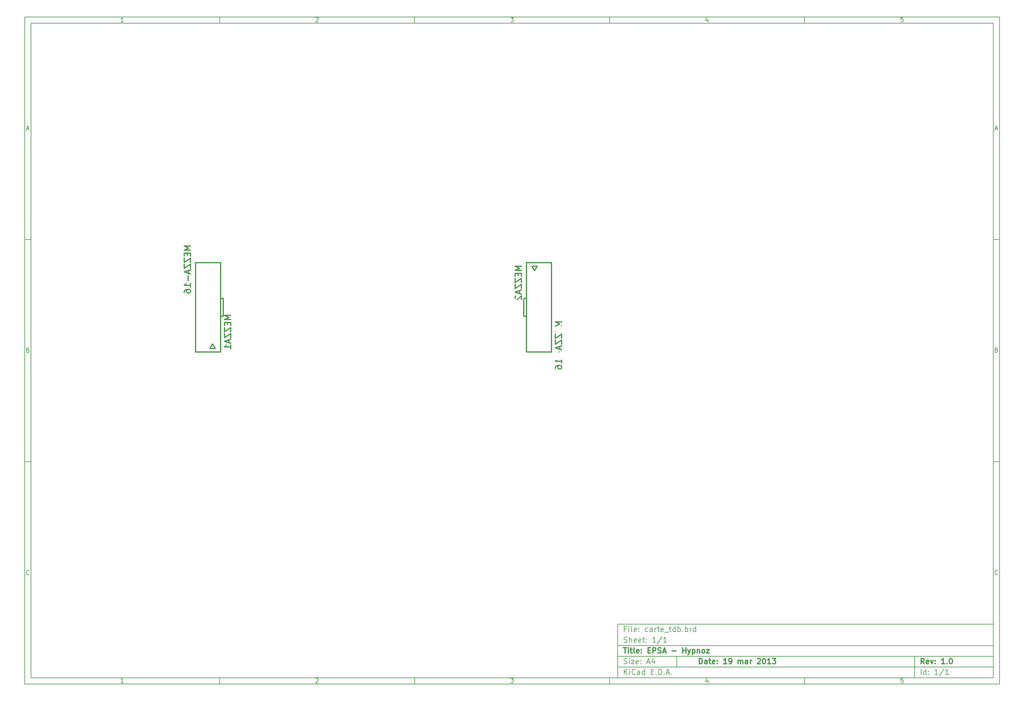
<source format=gbo>
G04 (created by PCBNEW-RS274X (2012-01-19 BZR 3256)-stable) date 19/03/2013 15:26:07*
G01*
G70*
G90*
%MOIN*%
G04 Gerber Fmt 3.4, Leading zero omitted, Abs format*
%FSLAX34Y34*%
G04 APERTURE LIST*
%ADD10C,0.006000*%
%ADD11C,0.012000*%
%ADD12C,0.014000*%
%ADD13C,0.095000*%
%ADD14R,0.095000X0.095000*%
%ADD15R,0.082000X0.110000*%
%ADD16O,0.082000X0.110000*%
%ADD17C,0.235000*%
%ADD18R,0.105000X0.105000*%
%ADD19C,0.105000*%
%ADD20R,0.085000X0.085000*%
%ADD21C,0.085000*%
%ADD22R,0.110000X0.082000*%
%ADD23O,0.110000X0.082000*%
%ADD24R,0.370000X0.370000*%
%ADD25C,0.295600*%
G04 APERTURE END LIST*
G54D10*
X04000Y-04000D02*
X113000Y-04000D01*
X113000Y-78670D01*
X04000Y-78670D01*
X04000Y-04000D01*
X04700Y-04700D02*
X112300Y-04700D01*
X112300Y-77970D01*
X04700Y-77970D01*
X04700Y-04700D01*
X25800Y-04000D02*
X25800Y-04700D01*
X15043Y-04552D02*
X14757Y-04552D01*
X14900Y-04552D02*
X14900Y-04052D01*
X14852Y-04124D01*
X14805Y-04171D01*
X14757Y-04195D01*
X25800Y-78670D02*
X25800Y-77970D01*
X15043Y-78522D02*
X14757Y-78522D01*
X14900Y-78522D02*
X14900Y-78022D01*
X14852Y-78094D01*
X14805Y-78141D01*
X14757Y-78165D01*
X47600Y-04000D02*
X47600Y-04700D01*
X36557Y-04100D02*
X36581Y-04076D01*
X36629Y-04052D01*
X36748Y-04052D01*
X36795Y-04076D01*
X36819Y-04100D01*
X36843Y-04148D01*
X36843Y-04195D01*
X36819Y-04267D01*
X36533Y-04552D01*
X36843Y-04552D01*
X47600Y-78670D02*
X47600Y-77970D01*
X36557Y-78070D02*
X36581Y-78046D01*
X36629Y-78022D01*
X36748Y-78022D01*
X36795Y-78046D01*
X36819Y-78070D01*
X36843Y-78118D01*
X36843Y-78165D01*
X36819Y-78237D01*
X36533Y-78522D01*
X36843Y-78522D01*
X69400Y-04000D02*
X69400Y-04700D01*
X58333Y-04052D02*
X58643Y-04052D01*
X58476Y-04243D01*
X58548Y-04243D01*
X58595Y-04267D01*
X58619Y-04290D01*
X58643Y-04338D01*
X58643Y-04457D01*
X58619Y-04505D01*
X58595Y-04529D01*
X58548Y-04552D01*
X58405Y-04552D01*
X58357Y-04529D01*
X58333Y-04505D01*
X69400Y-78670D02*
X69400Y-77970D01*
X58333Y-78022D02*
X58643Y-78022D01*
X58476Y-78213D01*
X58548Y-78213D01*
X58595Y-78237D01*
X58619Y-78260D01*
X58643Y-78308D01*
X58643Y-78427D01*
X58619Y-78475D01*
X58595Y-78499D01*
X58548Y-78522D01*
X58405Y-78522D01*
X58357Y-78499D01*
X58333Y-78475D01*
X91200Y-04000D02*
X91200Y-04700D01*
X80395Y-04219D02*
X80395Y-04552D01*
X80276Y-04029D02*
X80157Y-04386D01*
X80467Y-04386D01*
X91200Y-78670D02*
X91200Y-77970D01*
X80395Y-78189D02*
X80395Y-78522D01*
X80276Y-77999D02*
X80157Y-78356D01*
X80467Y-78356D01*
X102219Y-04052D02*
X101981Y-04052D01*
X101957Y-04290D01*
X101981Y-04267D01*
X102029Y-04243D01*
X102148Y-04243D01*
X102195Y-04267D01*
X102219Y-04290D01*
X102243Y-04338D01*
X102243Y-04457D01*
X102219Y-04505D01*
X102195Y-04529D01*
X102148Y-04552D01*
X102029Y-04552D01*
X101981Y-04529D01*
X101957Y-04505D01*
X102219Y-78022D02*
X101981Y-78022D01*
X101957Y-78260D01*
X101981Y-78237D01*
X102029Y-78213D01*
X102148Y-78213D01*
X102195Y-78237D01*
X102219Y-78260D01*
X102243Y-78308D01*
X102243Y-78427D01*
X102219Y-78475D01*
X102195Y-78499D01*
X102148Y-78522D01*
X102029Y-78522D01*
X101981Y-78499D01*
X101957Y-78475D01*
X04000Y-28890D02*
X04700Y-28890D01*
X04231Y-16510D02*
X04469Y-16510D01*
X04184Y-16652D02*
X04350Y-16152D01*
X04517Y-16652D01*
X113000Y-28890D02*
X112300Y-28890D01*
X112531Y-16510D02*
X112769Y-16510D01*
X112484Y-16652D02*
X112650Y-16152D01*
X112817Y-16652D01*
X04000Y-53780D02*
X04700Y-53780D01*
X04386Y-41280D02*
X04457Y-41304D01*
X04481Y-41328D01*
X04505Y-41376D01*
X04505Y-41447D01*
X04481Y-41495D01*
X04457Y-41519D01*
X04410Y-41542D01*
X04219Y-41542D01*
X04219Y-41042D01*
X04386Y-41042D01*
X04433Y-41066D01*
X04457Y-41090D01*
X04481Y-41138D01*
X04481Y-41185D01*
X04457Y-41233D01*
X04433Y-41257D01*
X04386Y-41280D01*
X04219Y-41280D01*
X113000Y-53780D02*
X112300Y-53780D01*
X112686Y-41280D02*
X112757Y-41304D01*
X112781Y-41328D01*
X112805Y-41376D01*
X112805Y-41447D01*
X112781Y-41495D01*
X112757Y-41519D01*
X112710Y-41542D01*
X112519Y-41542D01*
X112519Y-41042D01*
X112686Y-41042D01*
X112733Y-41066D01*
X112757Y-41090D01*
X112781Y-41138D01*
X112781Y-41185D01*
X112757Y-41233D01*
X112733Y-41257D01*
X112686Y-41280D01*
X112519Y-41280D01*
X04505Y-66385D02*
X04481Y-66409D01*
X04410Y-66432D01*
X04362Y-66432D01*
X04290Y-66409D01*
X04243Y-66361D01*
X04219Y-66313D01*
X04195Y-66218D01*
X04195Y-66147D01*
X04219Y-66051D01*
X04243Y-66004D01*
X04290Y-65956D01*
X04362Y-65932D01*
X04410Y-65932D01*
X04481Y-65956D01*
X04505Y-65980D01*
X112805Y-66385D02*
X112781Y-66409D01*
X112710Y-66432D01*
X112662Y-66432D01*
X112590Y-66409D01*
X112543Y-66361D01*
X112519Y-66313D01*
X112495Y-66218D01*
X112495Y-66147D01*
X112519Y-66051D01*
X112543Y-66004D01*
X112590Y-65956D01*
X112662Y-65932D01*
X112710Y-65932D01*
X112781Y-65956D01*
X112805Y-65980D01*
G54D11*
X79443Y-76413D02*
X79443Y-75813D01*
X79586Y-75813D01*
X79671Y-75841D01*
X79729Y-75899D01*
X79757Y-75956D01*
X79786Y-76070D01*
X79786Y-76156D01*
X79757Y-76270D01*
X79729Y-76327D01*
X79671Y-76384D01*
X79586Y-76413D01*
X79443Y-76413D01*
X80300Y-76413D02*
X80300Y-76099D01*
X80271Y-76041D01*
X80214Y-76013D01*
X80100Y-76013D01*
X80043Y-76041D01*
X80300Y-76384D02*
X80243Y-76413D01*
X80100Y-76413D01*
X80043Y-76384D01*
X80014Y-76327D01*
X80014Y-76270D01*
X80043Y-76213D01*
X80100Y-76184D01*
X80243Y-76184D01*
X80300Y-76156D01*
X80500Y-76013D02*
X80729Y-76013D01*
X80586Y-75813D02*
X80586Y-76327D01*
X80614Y-76384D01*
X80672Y-76413D01*
X80729Y-76413D01*
X81157Y-76384D02*
X81100Y-76413D01*
X80986Y-76413D01*
X80929Y-76384D01*
X80900Y-76327D01*
X80900Y-76099D01*
X80929Y-76041D01*
X80986Y-76013D01*
X81100Y-76013D01*
X81157Y-76041D01*
X81186Y-76099D01*
X81186Y-76156D01*
X80900Y-76213D01*
X81443Y-76356D02*
X81471Y-76384D01*
X81443Y-76413D01*
X81414Y-76384D01*
X81443Y-76356D01*
X81443Y-76413D01*
X81443Y-76041D02*
X81471Y-76070D01*
X81443Y-76099D01*
X81414Y-76070D01*
X81443Y-76041D01*
X81443Y-76099D01*
X82500Y-76413D02*
X82157Y-76413D01*
X82329Y-76413D02*
X82329Y-75813D01*
X82272Y-75899D01*
X82214Y-75956D01*
X82157Y-75984D01*
X82785Y-76413D02*
X82900Y-76413D01*
X82957Y-76384D01*
X82985Y-76356D01*
X83043Y-76270D01*
X83071Y-76156D01*
X83071Y-75927D01*
X83043Y-75870D01*
X83014Y-75841D01*
X82957Y-75813D01*
X82843Y-75813D01*
X82785Y-75841D01*
X82757Y-75870D01*
X82728Y-75927D01*
X82728Y-76070D01*
X82757Y-76127D01*
X82785Y-76156D01*
X82843Y-76184D01*
X82957Y-76184D01*
X83014Y-76156D01*
X83043Y-76127D01*
X83071Y-76070D01*
X83785Y-76413D02*
X83785Y-76013D01*
X83785Y-76070D02*
X83813Y-76041D01*
X83871Y-76013D01*
X83956Y-76013D01*
X84013Y-76041D01*
X84042Y-76099D01*
X84042Y-76413D01*
X84042Y-76099D02*
X84071Y-76041D01*
X84128Y-76013D01*
X84213Y-76013D01*
X84271Y-76041D01*
X84299Y-76099D01*
X84299Y-76413D01*
X84842Y-76413D02*
X84842Y-76099D01*
X84813Y-76041D01*
X84756Y-76013D01*
X84642Y-76013D01*
X84585Y-76041D01*
X84842Y-76384D02*
X84785Y-76413D01*
X84642Y-76413D01*
X84585Y-76384D01*
X84556Y-76327D01*
X84556Y-76270D01*
X84585Y-76213D01*
X84642Y-76184D01*
X84785Y-76184D01*
X84842Y-76156D01*
X85128Y-76413D02*
X85128Y-76013D01*
X85128Y-76127D02*
X85156Y-76070D01*
X85185Y-76041D01*
X85242Y-76013D01*
X85299Y-76013D01*
X85927Y-75870D02*
X85956Y-75841D01*
X86013Y-75813D01*
X86156Y-75813D01*
X86213Y-75841D01*
X86242Y-75870D01*
X86270Y-75927D01*
X86270Y-75984D01*
X86242Y-76070D01*
X85899Y-76413D01*
X86270Y-76413D01*
X86641Y-75813D02*
X86698Y-75813D01*
X86755Y-75841D01*
X86784Y-75870D01*
X86813Y-75927D01*
X86841Y-76041D01*
X86841Y-76184D01*
X86813Y-76299D01*
X86784Y-76356D01*
X86755Y-76384D01*
X86698Y-76413D01*
X86641Y-76413D01*
X86584Y-76384D01*
X86555Y-76356D01*
X86527Y-76299D01*
X86498Y-76184D01*
X86498Y-76041D01*
X86527Y-75927D01*
X86555Y-75870D01*
X86584Y-75841D01*
X86641Y-75813D01*
X87412Y-76413D02*
X87069Y-76413D01*
X87241Y-76413D02*
X87241Y-75813D01*
X87184Y-75899D01*
X87126Y-75956D01*
X87069Y-75984D01*
X87612Y-75813D02*
X87983Y-75813D01*
X87783Y-76041D01*
X87869Y-76041D01*
X87926Y-76070D01*
X87955Y-76099D01*
X87983Y-76156D01*
X87983Y-76299D01*
X87955Y-76356D01*
X87926Y-76384D01*
X87869Y-76413D01*
X87697Y-76413D01*
X87640Y-76384D01*
X87612Y-76356D01*
G54D10*
X71043Y-77613D02*
X71043Y-77013D01*
X71386Y-77613D02*
X71129Y-77270D01*
X71386Y-77013D02*
X71043Y-77356D01*
X71643Y-77613D02*
X71643Y-77213D01*
X71643Y-77013D02*
X71614Y-77041D01*
X71643Y-77070D01*
X71671Y-77041D01*
X71643Y-77013D01*
X71643Y-77070D01*
X72272Y-77556D02*
X72243Y-77584D01*
X72157Y-77613D01*
X72100Y-77613D01*
X72015Y-77584D01*
X71957Y-77527D01*
X71929Y-77470D01*
X71900Y-77356D01*
X71900Y-77270D01*
X71929Y-77156D01*
X71957Y-77099D01*
X72015Y-77041D01*
X72100Y-77013D01*
X72157Y-77013D01*
X72243Y-77041D01*
X72272Y-77070D01*
X72786Y-77613D02*
X72786Y-77299D01*
X72757Y-77241D01*
X72700Y-77213D01*
X72586Y-77213D01*
X72529Y-77241D01*
X72786Y-77584D02*
X72729Y-77613D01*
X72586Y-77613D01*
X72529Y-77584D01*
X72500Y-77527D01*
X72500Y-77470D01*
X72529Y-77413D01*
X72586Y-77384D01*
X72729Y-77384D01*
X72786Y-77356D01*
X73329Y-77613D02*
X73329Y-77013D01*
X73329Y-77584D02*
X73272Y-77613D01*
X73158Y-77613D01*
X73100Y-77584D01*
X73072Y-77556D01*
X73043Y-77499D01*
X73043Y-77327D01*
X73072Y-77270D01*
X73100Y-77241D01*
X73158Y-77213D01*
X73272Y-77213D01*
X73329Y-77241D01*
X74072Y-77299D02*
X74272Y-77299D01*
X74358Y-77613D02*
X74072Y-77613D01*
X74072Y-77013D01*
X74358Y-77013D01*
X74615Y-77556D02*
X74643Y-77584D01*
X74615Y-77613D01*
X74586Y-77584D01*
X74615Y-77556D01*
X74615Y-77613D01*
X74901Y-77613D02*
X74901Y-77013D01*
X75044Y-77013D01*
X75129Y-77041D01*
X75187Y-77099D01*
X75215Y-77156D01*
X75244Y-77270D01*
X75244Y-77356D01*
X75215Y-77470D01*
X75187Y-77527D01*
X75129Y-77584D01*
X75044Y-77613D01*
X74901Y-77613D01*
X75501Y-77556D02*
X75529Y-77584D01*
X75501Y-77613D01*
X75472Y-77584D01*
X75501Y-77556D01*
X75501Y-77613D01*
X75758Y-77441D02*
X76044Y-77441D01*
X75701Y-77613D02*
X75901Y-77013D01*
X76101Y-77613D01*
X76301Y-77556D02*
X76329Y-77584D01*
X76301Y-77613D01*
X76272Y-77584D01*
X76301Y-77556D01*
X76301Y-77613D01*
G54D11*
X104586Y-76413D02*
X104386Y-76127D01*
X104243Y-76413D02*
X104243Y-75813D01*
X104471Y-75813D01*
X104529Y-75841D01*
X104557Y-75870D01*
X104586Y-75927D01*
X104586Y-76013D01*
X104557Y-76070D01*
X104529Y-76099D01*
X104471Y-76127D01*
X104243Y-76127D01*
X105071Y-76384D02*
X105014Y-76413D01*
X104900Y-76413D01*
X104843Y-76384D01*
X104814Y-76327D01*
X104814Y-76099D01*
X104843Y-76041D01*
X104900Y-76013D01*
X105014Y-76013D01*
X105071Y-76041D01*
X105100Y-76099D01*
X105100Y-76156D01*
X104814Y-76213D01*
X105300Y-76013D02*
X105443Y-76413D01*
X105585Y-76013D01*
X105814Y-76356D02*
X105842Y-76384D01*
X105814Y-76413D01*
X105785Y-76384D01*
X105814Y-76356D01*
X105814Y-76413D01*
X105814Y-76041D02*
X105842Y-76070D01*
X105814Y-76099D01*
X105785Y-76070D01*
X105814Y-76041D01*
X105814Y-76099D01*
X106871Y-76413D02*
X106528Y-76413D01*
X106700Y-76413D02*
X106700Y-75813D01*
X106643Y-75899D01*
X106585Y-75956D01*
X106528Y-75984D01*
X107128Y-76356D02*
X107156Y-76384D01*
X107128Y-76413D01*
X107099Y-76384D01*
X107128Y-76356D01*
X107128Y-76413D01*
X107528Y-75813D02*
X107585Y-75813D01*
X107642Y-75841D01*
X107671Y-75870D01*
X107700Y-75927D01*
X107728Y-76041D01*
X107728Y-76184D01*
X107700Y-76299D01*
X107671Y-76356D01*
X107642Y-76384D01*
X107585Y-76413D01*
X107528Y-76413D01*
X107471Y-76384D01*
X107442Y-76356D01*
X107414Y-76299D01*
X107385Y-76184D01*
X107385Y-76041D01*
X107414Y-75927D01*
X107442Y-75870D01*
X107471Y-75841D01*
X107528Y-75813D01*
G54D10*
X71014Y-76384D02*
X71100Y-76413D01*
X71243Y-76413D01*
X71300Y-76384D01*
X71329Y-76356D01*
X71357Y-76299D01*
X71357Y-76241D01*
X71329Y-76184D01*
X71300Y-76156D01*
X71243Y-76127D01*
X71129Y-76099D01*
X71071Y-76070D01*
X71043Y-76041D01*
X71014Y-75984D01*
X71014Y-75927D01*
X71043Y-75870D01*
X71071Y-75841D01*
X71129Y-75813D01*
X71271Y-75813D01*
X71357Y-75841D01*
X71614Y-76413D02*
X71614Y-76013D01*
X71614Y-75813D02*
X71585Y-75841D01*
X71614Y-75870D01*
X71642Y-75841D01*
X71614Y-75813D01*
X71614Y-75870D01*
X71843Y-76013D02*
X72157Y-76013D01*
X71843Y-76413D01*
X72157Y-76413D01*
X72614Y-76384D02*
X72557Y-76413D01*
X72443Y-76413D01*
X72386Y-76384D01*
X72357Y-76327D01*
X72357Y-76099D01*
X72386Y-76041D01*
X72443Y-76013D01*
X72557Y-76013D01*
X72614Y-76041D01*
X72643Y-76099D01*
X72643Y-76156D01*
X72357Y-76213D01*
X72900Y-76356D02*
X72928Y-76384D01*
X72900Y-76413D01*
X72871Y-76384D01*
X72900Y-76356D01*
X72900Y-76413D01*
X72900Y-76041D02*
X72928Y-76070D01*
X72900Y-76099D01*
X72871Y-76070D01*
X72900Y-76041D01*
X72900Y-76099D01*
X73614Y-76241D02*
X73900Y-76241D01*
X73557Y-76413D02*
X73757Y-75813D01*
X73957Y-76413D01*
X74414Y-76013D02*
X74414Y-76413D01*
X74271Y-75784D02*
X74128Y-76213D01*
X74500Y-76213D01*
X104243Y-77613D02*
X104243Y-77013D01*
X104786Y-77613D02*
X104786Y-77013D01*
X104786Y-77584D02*
X104729Y-77613D01*
X104615Y-77613D01*
X104557Y-77584D01*
X104529Y-77556D01*
X104500Y-77499D01*
X104500Y-77327D01*
X104529Y-77270D01*
X104557Y-77241D01*
X104615Y-77213D01*
X104729Y-77213D01*
X104786Y-77241D01*
X105072Y-77556D02*
X105100Y-77584D01*
X105072Y-77613D01*
X105043Y-77584D01*
X105072Y-77556D01*
X105072Y-77613D01*
X105072Y-77241D02*
X105100Y-77270D01*
X105072Y-77299D01*
X105043Y-77270D01*
X105072Y-77241D01*
X105072Y-77299D01*
X106129Y-77613D02*
X105786Y-77613D01*
X105958Y-77613D02*
X105958Y-77013D01*
X105901Y-77099D01*
X105843Y-77156D01*
X105786Y-77184D01*
X106814Y-76984D02*
X106300Y-77756D01*
X107329Y-77613D02*
X106986Y-77613D01*
X107158Y-77613D02*
X107158Y-77013D01*
X107101Y-77099D01*
X107043Y-77156D01*
X106986Y-77184D01*
G54D11*
X70957Y-74613D02*
X71300Y-74613D01*
X71129Y-75213D02*
X71129Y-74613D01*
X71500Y-75213D02*
X71500Y-74813D01*
X71500Y-74613D02*
X71471Y-74641D01*
X71500Y-74670D01*
X71528Y-74641D01*
X71500Y-74613D01*
X71500Y-74670D01*
X71700Y-74813D02*
X71929Y-74813D01*
X71786Y-74613D02*
X71786Y-75127D01*
X71814Y-75184D01*
X71872Y-75213D01*
X71929Y-75213D01*
X72215Y-75213D02*
X72157Y-75184D01*
X72129Y-75127D01*
X72129Y-74613D01*
X72671Y-75184D02*
X72614Y-75213D01*
X72500Y-75213D01*
X72443Y-75184D01*
X72414Y-75127D01*
X72414Y-74899D01*
X72443Y-74841D01*
X72500Y-74813D01*
X72614Y-74813D01*
X72671Y-74841D01*
X72700Y-74899D01*
X72700Y-74956D01*
X72414Y-75013D01*
X72957Y-75156D02*
X72985Y-75184D01*
X72957Y-75213D01*
X72928Y-75184D01*
X72957Y-75156D01*
X72957Y-75213D01*
X72957Y-74841D02*
X72985Y-74870D01*
X72957Y-74899D01*
X72928Y-74870D01*
X72957Y-74841D01*
X72957Y-74899D01*
X73700Y-74899D02*
X73900Y-74899D01*
X73986Y-75213D02*
X73700Y-75213D01*
X73700Y-74613D01*
X73986Y-74613D01*
X74243Y-75213D02*
X74243Y-74613D01*
X74471Y-74613D01*
X74529Y-74641D01*
X74557Y-74670D01*
X74586Y-74727D01*
X74586Y-74813D01*
X74557Y-74870D01*
X74529Y-74899D01*
X74471Y-74927D01*
X74243Y-74927D01*
X74814Y-75184D02*
X74900Y-75213D01*
X75043Y-75213D01*
X75100Y-75184D01*
X75129Y-75156D01*
X75157Y-75099D01*
X75157Y-75041D01*
X75129Y-74984D01*
X75100Y-74956D01*
X75043Y-74927D01*
X74929Y-74899D01*
X74871Y-74870D01*
X74843Y-74841D01*
X74814Y-74784D01*
X74814Y-74727D01*
X74843Y-74670D01*
X74871Y-74641D01*
X74929Y-74613D01*
X75071Y-74613D01*
X75157Y-74641D01*
X75385Y-75041D02*
X75671Y-75041D01*
X75328Y-75213D02*
X75528Y-74613D01*
X75728Y-75213D01*
X76385Y-74984D02*
X76842Y-74984D01*
X77585Y-75213D02*
X77585Y-74613D01*
X77585Y-74899D02*
X77928Y-74899D01*
X77928Y-75213D02*
X77928Y-74613D01*
X78157Y-74813D02*
X78300Y-75213D01*
X78442Y-74813D02*
X78300Y-75213D01*
X78242Y-75356D01*
X78214Y-75384D01*
X78157Y-75413D01*
X78671Y-74813D02*
X78671Y-75413D01*
X78671Y-74841D02*
X78728Y-74813D01*
X78842Y-74813D01*
X78899Y-74841D01*
X78928Y-74870D01*
X78957Y-74927D01*
X78957Y-75099D01*
X78928Y-75156D01*
X78899Y-75184D01*
X78842Y-75213D01*
X78728Y-75213D01*
X78671Y-75184D01*
X79214Y-74813D02*
X79214Y-75213D01*
X79214Y-74870D02*
X79242Y-74841D01*
X79300Y-74813D01*
X79385Y-74813D01*
X79442Y-74841D01*
X79471Y-74899D01*
X79471Y-75213D01*
X79843Y-75213D02*
X79785Y-75184D01*
X79757Y-75156D01*
X79728Y-75099D01*
X79728Y-74927D01*
X79757Y-74870D01*
X79785Y-74841D01*
X79843Y-74813D01*
X79928Y-74813D01*
X79985Y-74841D01*
X80014Y-74870D01*
X80043Y-74927D01*
X80043Y-75099D01*
X80014Y-75156D01*
X79985Y-75184D01*
X79928Y-75213D01*
X79843Y-75213D01*
X80243Y-74813D02*
X80557Y-74813D01*
X80243Y-75213D01*
X80557Y-75213D01*
G54D10*
X71243Y-72499D02*
X71043Y-72499D01*
X71043Y-72813D02*
X71043Y-72213D01*
X71329Y-72213D01*
X71557Y-72813D02*
X71557Y-72413D01*
X71557Y-72213D02*
X71528Y-72241D01*
X71557Y-72270D01*
X71585Y-72241D01*
X71557Y-72213D01*
X71557Y-72270D01*
X71929Y-72813D02*
X71871Y-72784D01*
X71843Y-72727D01*
X71843Y-72213D01*
X72385Y-72784D02*
X72328Y-72813D01*
X72214Y-72813D01*
X72157Y-72784D01*
X72128Y-72727D01*
X72128Y-72499D01*
X72157Y-72441D01*
X72214Y-72413D01*
X72328Y-72413D01*
X72385Y-72441D01*
X72414Y-72499D01*
X72414Y-72556D01*
X72128Y-72613D01*
X72671Y-72756D02*
X72699Y-72784D01*
X72671Y-72813D01*
X72642Y-72784D01*
X72671Y-72756D01*
X72671Y-72813D01*
X72671Y-72441D02*
X72699Y-72470D01*
X72671Y-72499D01*
X72642Y-72470D01*
X72671Y-72441D01*
X72671Y-72499D01*
X73671Y-72784D02*
X73614Y-72813D01*
X73500Y-72813D01*
X73442Y-72784D01*
X73414Y-72756D01*
X73385Y-72699D01*
X73385Y-72527D01*
X73414Y-72470D01*
X73442Y-72441D01*
X73500Y-72413D01*
X73614Y-72413D01*
X73671Y-72441D01*
X74185Y-72813D02*
X74185Y-72499D01*
X74156Y-72441D01*
X74099Y-72413D01*
X73985Y-72413D01*
X73928Y-72441D01*
X74185Y-72784D02*
X74128Y-72813D01*
X73985Y-72813D01*
X73928Y-72784D01*
X73899Y-72727D01*
X73899Y-72670D01*
X73928Y-72613D01*
X73985Y-72584D01*
X74128Y-72584D01*
X74185Y-72556D01*
X74471Y-72813D02*
X74471Y-72413D01*
X74471Y-72527D02*
X74499Y-72470D01*
X74528Y-72441D01*
X74585Y-72413D01*
X74642Y-72413D01*
X74756Y-72413D02*
X74985Y-72413D01*
X74842Y-72213D02*
X74842Y-72727D01*
X74870Y-72784D01*
X74928Y-72813D01*
X74985Y-72813D01*
X75413Y-72784D02*
X75356Y-72813D01*
X75242Y-72813D01*
X75185Y-72784D01*
X75156Y-72727D01*
X75156Y-72499D01*
X75185Y-72441D01*
X75242Y-72413D01*
X75356Y-72413D01*
X75413Y-72441D01*
X75442Y-72499D01*
X75442Y-72556D01*
X75156Y-72613D01*
X75556Y-72870D02*
X76013Y-72870D01*
X76070Y-72413D02*
X76299Y-72413D01*
X76156Y-72213D02*
X76156Y-72727D01*
X76184Y-72784D01*
X76242Y-72813D01*
X76299Y-72813D01*
X76756Y-72813D02*
X76756Y-72213D01*
X76756Y-72784D02*
X76699Y-72813D01*
X76585Y-72813D01*
X76527Y-72784D01*
X76499Y-72756D01*
X76470Y-72699D01*
X76470Y-72527D01*
X76499Y-72470D01*
X76527Y-72441D01*
X76585Y-72413D01*
X76699Y-72413D01*
X76756Y-72441D01*
X77042Y-72813D02*
X77042Y-72213D01*
X77042Y-72441D02*
X77099Y-72413D01*
X77213Y-72413D01*
X77270Y-72441D01*
X77299Y-72470D01*
X77328Y-72527D01*
X77328Y-72699D01*
X77299Y-72756D01*
X77270Y-72784D01*
X77213Y-72813D01*
X77099Y-72813D01*
X77042Y-72784D01*
X77585Y-72756D02*
X77613Y-72784D01*
X77585Y-72813D01*
X77556Y-72784D01*
X77585Y-72756D01*
X77585Y-72813D01*
X77871Y-72813D02*
X77871Y-72213D01*
X77871Y-72441D02*
X77928Y-72413D01*
X78042Y-72413D01*
X78099Y-72441D01*
X78128Y-72470D01*
X78157Y-72527D01*
X78157Y-72699D01*
X78128Y-72756D01*
X78099Y-72784D01*
X78042Y-72813D01*
X77928Y-72813D01*
X77871Y-72784D01*
X78414Y-72813D02*
X78414Y-72413D01*
X78414Y-72527D02*
X78442Y-72470D01*
X78471Y-72441D01*
X78528Y-72413D01*
X78585Y-72413D01*
X79042Y-72813D02*
X79042Y-72213D01*
X79042Y-72784D02*
X78985Y-72813D01*
X78871Y-72813D01*
X78813Y-72784D01*
X78785Y-72756D01*
X78756Y-72699D01*
X78756Y-72527D01*
X78785Y-72470D01*
X78813Y-72441D01*
X78871Y-72413D01*
X78985Y-72413D01*
X79042Y-72441D01*
X71014Y-73984D02*
X71100Y-74013D01*
X71243Y-74013D01*
X71300Y-73984D01*
X71329Y-73956D01*
X71357Y-73899D01*
X71357Y-73841D01*
X71329Y-73784D01*
X71300Y-73756D01*
X71243Y-73727D01*
X71129Y-73699D01*
X71071Y-73670D01*
X71043Y-73641D01*
X71014Y-73584D01*
X71014Y-73527D01*
X71043Y-73470D01*
X71071Y-73441D01*
X71129Y-73413D01*
X71271Y-73413D01*
X71357Y-73441D01*
X71614Y-74013D02*
X71614Y-73413D01*
X71871Y-74013D02*
X71871Y-73699D01*
X71842Y-73641D01*
X71785Y-73613D01*
X71700Y-73613D01*
X71642Y-73641D01*
X71614Y-73670D01*
X72385Y-73984D02*
X72328Y-74013D01*
X72214Y-74013D01*
X72157Y-73984D01*
X72128Y-73927D01*
X72128Y-73699D01*
X72157Y-73641D01*
X72214Y-73613D01*
X72328Y-73613D01*
X72385Y-73641D01*
X72414Y-73699D01*
X72414Y-73756D01*
X72128Y-73813D01*
X72899Y-73984D02*
X72842Y-74013D01*
X72728Y-74013D01*
X72671Y-73984D01*
X72642Y-73927D01*
X72642Y-73699D01*
X72671Y-73641D01*
X72728Y-73613D01*
X72842Y-73613D01*
X72899Y-73641D01*
X72928Y-73699D01*
X72928Y-73756D01*
X72642Y-73813D01*
X73099Y-73613D02*
X73328Y-73613D01*
X73185Y-73413D02*
X73185Y-73927D01*
X73213Y-73984D01*
X73271Y-74013D01*
X73328Y-74013D01*
X73528Y-73956D02*
X73556Y-73984D01*
X73528Y-74013D01*
X73499Y-73984D01*
X73528Y-73956D01*
X73528Y-74013D01*
X73528Y-73641D02*
X73556Y-73670D01*
X73528Y-73699D01*
X73499Y-73670D01*
X73528Y-73641D01*
X73528Y-73699D01*
X74585Y-74013D02*
X74242Y-74013D01*
X74414Y-74013D02*
X74414Y-73413D01*
X74357Y-73499D01*
X74299Y-73556D01*
X74242Y-73584D01*
X75270Y-73384D02*
X74756Y-74156D01*
X75785Y-74013D02*
X75442Y-74013D01*
X75614Y-74013D02*
X75614Y-73413D01*
X75557Y-73499D01*
X75499Y-73556D01*
X75442Y-73584D01*
X70300Y-71970D02*
X70300Y-77970D01*
X70300Y-71970D02*
X112300Y-71970D01*
X70300Y-71970D02*
X112300Y-71970D01*
X70300Y-74370D02*
X112300Y-74370D01*
X103500Y-75570D02*
X103500Y-77970D01*
X70300Y-76770D02*
X112300Y-76770D01*
X70300Y-75570D02*
X112300Y-75570D01*
X76900Y-75570D02*
X76900Y-76770D01*
G54D12*
X25900Y-37500D02*
X26200Y-37500D01*
X26200Y-37500D02*
X26200Y-35500D01*
X26200Y-35500D02*
X25900Y-35500D01*
X25900Y-37500D02*
X25900Y-35500D01*
X25900Y-37500D02*
X25900Y-41500D01*
X25900Y-41500D02*
X23100Y-41500D01*
X23100Y-41500D02*
X23100Y-31500D01*
X23100Y-31500D02*
X25900Y-31500D01*
X25900Y-31500D02*
X25900Y-35500D01*
X25000Y-40600D02*
X24700Y-41100D01*
X24700Y-41100D02*
X25300Y-41100D01*
X25300Y-41100D02*
X25000Y-40600D01*
X60100Y-35500D02*
X59800Y-35500D01*
X59800Y-35500D02*
X59800Y-37500D01*
X59800Y-37500D02*
X60100Y-37500D01*
X60100Y-35500D02*
X60100Y-37500D01*
X60100Y-35500D02*
X60100Y-31500D01*
X60100Y-31500D02*
X62900Y-31500D01*
X62900Y-31500D02*
X62900Y-41500D01*
X62900Y-41500D02*
X60100Y-41500D01*
X60100Y-41500D02*
X60100Y-37500D01*
X61000Y-32400D02*
X61300Y-31900D01*
X61300Y-31900D02*
X60700Y-31900D01*
X60700Y-31900D02*
X61000Y-32400D01*
G54D11*
X27033Y-37400D02*
X26333Y-37400D01*
X26833Y-37633D01*
X26333Y-37866D01*
X27033Y-37866D01*
X26667Y-38200D02*
X26667Y-38433D01*
X27033Y-38533D02*
X27033Y-38200D01*
X26333Y-38200D01*
X26333Y-38533D01*
X26333Y-38766D02*
X26333Y-39233D01*
X27033Y-38766D01*
X27033Y-39233D01*
X26333Y-39433D02*
X26333Y-39900D01*
X27033Y-39433D01*
X27033Y-39900D01*
X26833Y-40133D02*
X26833Y-40467D01*
X27033Y-40067D02*
X26333Y-40300D01*
X27033Y-40533D01*
X27033Y-41133D02*
X27033Y-40733D01*
X27033Y-40933D02*
X26333Y-40933D01*
X26433Y-40867D01*
X26500Y-40800D01*
X26533Y-40733D01*
X22533Y-29633D02*
X21833Y-29633D01*
X22333Y-29866D01*
X21833Y-30099D01*
X22533Y-30099D01*
X22167Y-30433D02*
X22167Y-30666D01*
X22533Y-30766D02*
X22533Y-30433D01*
X21833Y-30433D01*
X21833Y-30766D01*
X21833Y-30999D02*
X21833Y-31466D01*
X22533Y-30999D01*
X22533Y-31466D01*
X21833Y-31666D02*
X21833Y-32133D01*
X22533Y-31666D01*
X22533Y-32133D01*
X22333Y-32366D02*
X22333Y-32700D01*
X22533Y-32300D02*
X21833Y-32533D01*
X22533Y-32766D01*
X22267Y-33000D02*
X22267Y-33533D01*
X22533Y-34233D02*
X22533Y-33833D01*
X22533Y-34033D02*
X21833Y-34033D01*
X21933Y-33967D01*
X22000Y-33900D01*
X22033Y-33833D01*
X21833Y-34834D02*
X21833Y-34700D01*
X21867Y-34634D01*
X21900Y-34600D01*
X22000Y-34534D01*
X22133Y-34500D01*
X22400Y-34500D01*
X22467Y-34534D01*
X22500Y-34567D01*
X22533Y-34634D01*
X22533Y-34767D01*
X22500Y-34834D01*
X22467Y-34867D01*
X22400Y-34900D01*
X22233Y-34900D01*
X22167Y-34867D01*
X22133Y-34834D01*
X22100Y-34767D01*
X22100Y-34634D01*
X22133Y-34567D01*
X22167Y-34534D01*
X22233Y-34500D01*
X59533Y-31900D02*
X58833Y-31900D01*
X59333Y-32133D01*
X58833Y-32366D01*
X59533Y-32366D01*
X59167Y-32700D02*
X59167Y-32933D01*
X59533Y-33033D02*
X59533Y-32700D01*
X58833Y-32700D01*
X58833Y-33033D01*
X58833Y-33266D02*
X58833Y-33733D01*
X59533Y-33266D01*
X59533Y-33733D01*
X58833Y-33933D02*
X58833Y-34400D01*
X59533Y-33933D01*
X59533Y-34400D01*
X59333Y-34633D02*
X59333Y-34967D01*
X59533Y-34567D02*
X58833Y-34800D01*
X59533Y-35033D01*
X58900Y-35233D02*
X58867Y-35267D01*
X58833Y-35333D01*
X58833Y-35500D01*
X58867Y-35567D01*
X58900Y-35600D01*
X58967Y-35633D01*
X59033Y-35633D01*
X59133Y-35600D01*
X59533Y-35200D01*
X59533Y-35633D01*
X64033Y-38133D02*
X63333Y-38133D01*
X63833Y-38366D01*
X63333Y-38599D01*
X64033Y-38599D01*
X63667Y-38933D02*
X63667Y-39166D01*
X64033Y-39266D02*
X64033Y-38933D01*
X63333Y-38933D01*
X63333Y-39266D01*
X63333Y-39499D02*
X63333Y-39966D01*
X64033Y-39499D01*
X64033Y-39966D01*
X63333Y-40166D02*
X63333Y-40633D01*
X64033Y-40166D01*
X64033Y-40633D01*
X63833Y-40866D02*
X63833Y-41200D01*
X64033Y-40800D02*
X63333Y-41033D01*
X64033Y-41266D01*
X63767Y-41500D02*
X63767Y-42033D01*
X64033Y-42733D02*
X64033Y-42333D01*
X64033Y-42533D02*
X63333Y-42533D01*
X63433Y-42467D01*
X63500Y-42400D01*
X63533Y-42333D01*
X63333Y-43334D02*
X63333Y-43200D01*
X63367Y-43134D01*
X63400Y-43100D01*
X63500Y-43034D01*
X63633Y-43000D01*
X63900Y-43000D01*
X63967Y-43034D01*
X64000Y-43067D01*
X64033Y-43134D01*
X64033Y-43267D01*
X64000Y-43334D01*
X63967Y-43367D01*
X63900Y-43400D01*
X63733Y-43400D01*
X63667Y-43367D01*
X63633Y-43334D01*
X63600Y-43267D01*
X63600Y-43134D01*
X63633Y-43067D01*
X63667Y-43034D01*
X63733Y-43000D01*
%LPC*%
G54D13*
X27500Y-24000D03*
X28500Y-24000D03*
X45250Y-43250D03*
X45250Y-42250D03*
X37250Y-37250D03*
X38250Y-37250D03*
G54D14*
X43500Y-42250D03*
G54D13*
X43500Y-43250D03*
G54D14*
X37250Y-38750D03*
G54D13*
X37250Y-39750D03*
G54D15*
X47000Y-44250D03*
G54D16*
X48000Y-44250D03*
X49000Y-44250D03*
X50000Y-44250D03*
X51000Y-44250D03*
X52000Y-44250D03*
X53000Y-44250D03*
X53000Y-41250D03*
X52000Y-41250D03*
X51000Y-41250D03*
X50000Y-41250D03*
X49000Y-41250D03*
X48000Y-41250D03*
X47000Y-41250D03*
G54D17*
X24500Y-43500D03*
X24500Y-29500D03*
G54D18*
X25000Y-40000D03*
G54D19*
X24000Y-40000D03*
X25000Y-39000D03*
X24000Y-39000D03*
X25000Y-38000D03*
X24000Y-38000D03*
X25000Y-37000D03*
X24000Y-37000D03*
X25000Y-36000D03*
X24000Y-36000D03*
X25000Y-35000D03*
X24000Y-35000D03*
X25000Y-34000D03*
X24000Y-34000D03*
X25000Y-33000D03*
X24000Y-33000D03*
G54D17*
X61500Y-29500D03*
X61500Y-43500D03*
G54D18*
X61000Y-33000D03*
G54D19*
X62000Y-33000D03*
X61000Y-34000D03*
X62000Y-34000D03*
X61000Y-35000D03*
X62000Y-35000D03*
X61000Y-36000D03*
X62000Y-36000D03*
X61000Y-37000D03*
X62000Y-37000D03*
X61000Y-38000D03*
X62000Y-38000D03*
X61000Y-39000D03*
X62000Y-39000D03*
X61000Y-40000D03*
X62000Y-40000D03*
G54D14*
X44500Y-50500D03*
G54D13*
X45500Y-50500D03*
G54D14*
X52000Y-50500D03*
G54D13*
X53000Y-50500D03*
G54D14*
X43250Y-22000D03*
G54D13*
X42250Y-22000D03*
G54D14*
X34000Y-22000D03*
G54D13*
X33000Y-22000D03*
G54D14*
X45750Y-22000D03*
G54D13*
X44750Y-22000D03*
G54D14*
X40750Y-22000D03*
G54D13*
X39750Y-22000D03*
G54D14*
X26000Y-22000D03*
G54D13*
X25000Y-22000D03*
G54D14*
X28500Y-22000D03*
G54D13*
X27500Y-22000D03*
G54D14*
X64000Y-26500D03*
G54D13*
X64000Y-25500D03*
X58000Y-22000D03*
X59000Y-22000D03*
G54D14*
X61000Y-22000D03*
G54D13*
X60000Y-22000D03*
X58000Y-27750D03*
X55000Y-27750D03*
X35000Y-35000D03*
X32000Y-35000D03*
X56000Y-24500D03*
X59000Y-24500D03*
X57000Y-25500D03*
X60000Y-25500D03*
X35000Y-37500D03*
X32000Y-37500D03*
X41750Y-46000D03*
X38750Y-46000D03*
X41750Y-47250D03*
X38750Y-47250D03*
X57000Y-28750D03*
X54000Y-28750D03*
X41750Y-48500D03*
X38750Y-48500D03*
X30500Y-25250D03*
X27500Y-25250D03*
X26000Y-25250D03*
X23000Y-25250D03*
X58000Y-26500D03*
X61000Y-26500D03*
X35000Y-36250D03*
X32000Y-36250D03*
X33000Y-24000D03*
X34000Y-24000D03*
X53000Y-22000D03*
X54000Y-22000D03*
G54D14*
X56000Y-22000D03*
G54D13*
X55000Y-22000D03*
X56500Y-44500D03*
X56500Y-45500D03*
G54D14*
X56500Y-47500D03*
G54D13*
X56500Y-46500D03*
G54D14*
X31500Y-22000D03*
G54D13*
X30500Y-22000D03*
G54D14*
X48250Y-22000D03*
G54D13*
X47250Y-22000D03*
X36750Y-50250D03*
X35750Y-50250D03*
X37750Y-50250D03*
X38750Y-50250D03*
X34750Y-50250D03*
X33750Y-50250D03*
G54D14*
X31750Y-50250D03*
G54D13*
X32750Y-50250D03*
G54D14*
X51000Y-22000D03*
G54D13*
X50000Y-22000D03*
G54D14*
X48250Y-50500D03*
G54D13*
X49250Y-50500D03*
G54D20*
X43250Y-26500D03*
G54D21*
X42250Y-26500D03*
X42250Y-27500D03*
G54D20*
X40750Y-24500D03*
G54D21*
X39750Y-24500D03*
X39750Y-25500D03*
G54D20*
X45750Y-24500D03*
G54D21*
X44750Y-24500D03*
X44750Y-25500D03*
G54D20*
X48250Y-26500D03*
G54D21*
X47250Y-26500D03*
X47250Y-27500D03*
G54D20*
X44500Y-47500D03*
G54D21*
X43500Y-47500D03*
X43500Y-48500D03*
G54D20*
X52000Y-47500D03*
G54D21*
X51000Y-47500D03*
X51000Y-48500D03*
G54D20*
X51000Y-24500D03*
G54D21*
X50000Y-24500D03*
X50000Y-25500D03*
G54D20*
X48250Y-47500D03*
G54D21*
X47250Y-47500D03*
X47250Y-48500D03*
G54D22*
X42750Y-36750D03*
G54D23*
X42750Y-35750D03*
X42750Y-34750D03*
X42750Y-33750D03*
X42750Y-32750D03*
X42750Y-31750D03*
X42750Y-30750D03*
X39750Y-30750D03*
X39750Y-31750D03*
X39750Y-32750D03*
X39750Y-33750D03*
X39750Y-34750D03*
X39750Y-35750D03*
X39750Y-36750D03*
G54D22*
X32000Y-39250D03*
G54D23*
X32000Y-40250D03*
X32000Y-41250D03*
X32000Y-42250D03*
X32000Y-43250D03*
X32000Y-44250D03*
X32000Y-45250D03*
X32000Y-46250D03*
X35000Y-46250D03*
X35000Y-45250D03*
X35000Y-44250D03*
X35000Y-43250D03*
X35000Y-42250D03*
X35000Y-41250D03*
X35000Y-40250D03*
X35000Y-39250D03*
G54D13*
X39000Y-39750D03*
X39000Y-38750D03*
X31250Y-30000D03*
X31250Y-29000D03*
G54D14*
X29500Y-29000D03*
G54D13*
X29500Y-30000D03*
G54D14*
X34750Y-26000D03*
G54D13*
X35750Y-26000D03*
G54D14*
X37750Y-35750D03*
G54D13*
X37750Y-34750D03*
G54D15*
X32750Y-31000D03*
G54D16*
X33750Y-31000D03*
X34750Y-31000D03*
X35750Y-31000D03*
X35750Y-28000D03*
X34750Y-28000D03*
X33750Y-28000D03*
X32750Y-28000D03*
G54D13*
X30750Y-26750D03*
X33750Y-26750D03*
X35000Y-32500D03*
X32000Y-32500D03*
X50000Y-38000D03*
X50000Y-37000D03*
X50000Y-32000D03*
X49000Y-32000D03*
G54D24*
X55500Y-34250D03*
G54D13*
X49000Y-33250D03*
G54D14*
X49000Y-34250D03*
G54D13*
X49000Y-35250D03*
G54D14*
X64000Y-44250D03*
G54D13*
X65000Y-44250D03*
G54D25*
X22500Y-50000D03*
X22500Y-22500D03*
X63500Y-22500D03*
X55000Y-50000D03*
G54D13*
X37000Y-28500D03*
X37000Y-26500D03*
X29750Y-43250D03*
X29750Y-44250D03*
G54D14*
X29750Y-46250D03*
G54D13*
X29750Y-45250D03*
G54D20*
X46000Y-33250D03*
G54D21*
X46000Y-34250D03*
G54D20*
X47750Y-37000D03*
G54D21*
X47750Y-38000D03*
G54D13*
X27250Y-29000D03*
X37250Y-32500D03*
X47000Y-32000D03*
X53000Y-48750D03*
X46500Y-51000D03*
X50250Y-51000D03*
X52000Y-25750D03*
X63750Y-42000D03*
X45250Y-37250D03*
X29500Y-27250D03*
X22500Y-27000D03*
X40500Y-29000D03*
X60000Y-27500D03*
X58750Y-29250D03*
X57750Y-30500D03*
X29750Y-47500D03*
X36250Y-46250D03*
X27250Y-43500D03*
X28250Y-41500D03*
X56000Y-40000D03*
X55750Y-43000D03*
X54750Y-42750D03*
X51750Y-29250D03*
X49500Y-28250D03*
X58750Y-36000D03*
X37500Y-45250D03*
X41000Y-41750D03*
X36500Y-23500D03*
X51000Y-26000D03*
X43250Y-28000D03*
X56000Y-26250D03*
X45250Y-27250D03*
X27250Y-31000D03*
X54000Y-47500D03*
X63750Y-39000D03*
X54000Y-44500D03*
X40000Y-27250D03*
X27500Y-27250D03*
X58250Y-41750D03*
M02*

</source>
